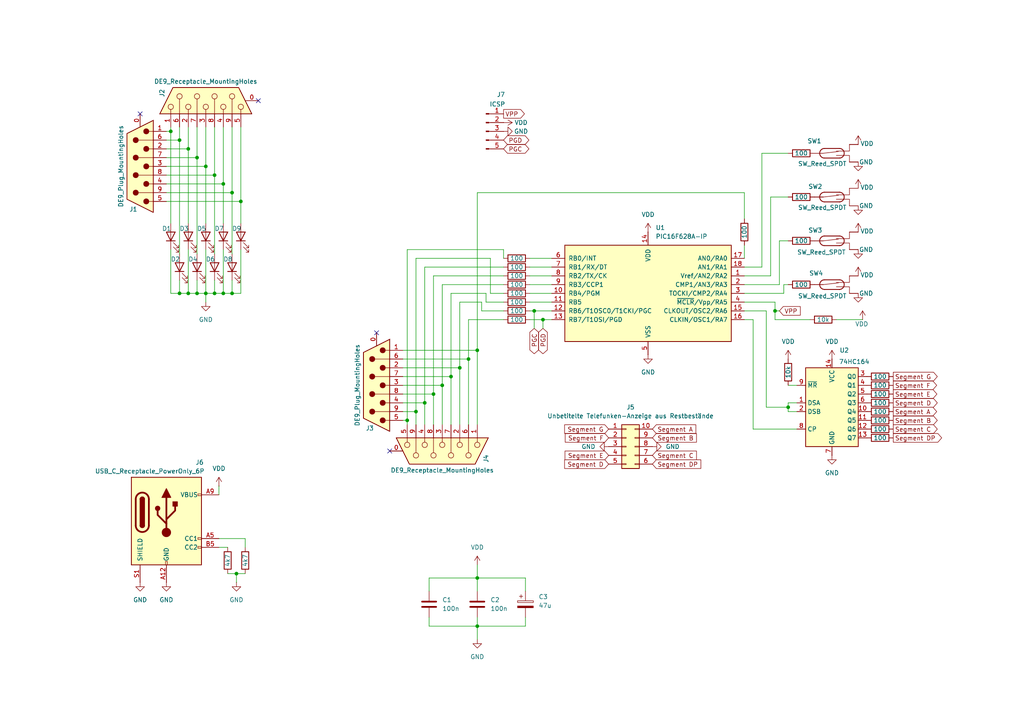
<source format=kicad_sch>
(kicad_sch (version 20231120) (generator "eeschema") (generator_version "8.0")
  (paper "A4")
  (lib_symbols
    (symbol "74xx:74HC164"
      (property "Reference" "U" (at 1.905 -13.97 0))
      (property "Value" "74HC164" (at 1.905 -16.51 0))
      (symbol "74HC164_0_1"
        (rectangle (start 7.62 10.16) (end -7.62 -12.7) (stroke (width 0.254)) (fill (type background)))
      )
      (symbol "74HC164_1_1"
        (pin input line (at -10.16 0 0) (length 2.54) (name "DSA") (number "1"))
        (pin output line (at 10.16 -2.54 180) (length 2.54) (name "Q4") (number "10"))
        (pin output line (at 10.16 -5.08 180) (length 2.54) (name "Q5") (number "11"))
        (pin output line (at 10.16 -7.62 180) (length 2.54) (name "Q6") (number "12"))
        (pin output line (at 10.16 -10.16 180) (length 2.54) (name "Q7") (number "13"))
        (pin power_in line (at 0 12.7 270) (length 2.54) (name "VCC") (number "14"))
        (pin input line (at -10.16 -2.54 0) (length 2.54) (name "DSB") (number "2"))
        (pin output line (at 10.16 7.62 180) (length 2.54) (name "Q0") (number "3"))
        (pin output line (at 10.16 5.08 180) (length 2.54) (name "Q1") (number "4"))
        (pin output line (at 10.16 2.54 180) (length 2.54) (name "Q2") (number "5"))
        (pin output line (at 10.16 0 180) (length 2.54) (name "Q3") (number "6"))
        (pin power_in line (at 0 -15.24 90) (length 2.54) (name "GND") (number "7"))
        (pin input line (at -10.16 -7.62 0) (length 2.54) (name "CP") (number "8"))
        (pin input line (at -10.16 5.08 0) (length 2.54) (name "~{MR}") (number "9"))
      )
    )
    (symbol "Connector:Conn_01x05_Pin" (pin_names (offset 1.016) hide)
      (property "Reference" "J" (at 0 7.62 0))
      (property "Value" "Conn_01x05_Pin" (at 0 -7.62 0))
      (symbol "Conn_01x05_Pin_1_1"
        (polyline (pts (xy 1.27 -5.08) (xy 0.8636 -5.08)) (stroke (width 0.1524)))
        (polyline (pts (xy 1.27 -2.54) (xy 0.8636 -2.54)) (stroke (width 0.1524)))
        (polyline (pts (xy 1.27 0) (xy 0.8636 0)) (stroke (width 0.1524)))
        (polyline (pts (xy 1.27 2.54) (xy 0.8636 2.54)) (stroke (width 0.1524)))
        (polyline (pts (xy 1.27 5.08) (xy 0.8636 5.08)) (stroke (width 0.1524)))
        (rectangle (start 0.8636 -4.953) (end 0 -5.207) (stroke (width 0.1524)) (fill (type outline)))
        (rectangle (start 0.8636 -2.413) (end 0 -2.667) (stroke (width 0.1524)) (fill (type outline)))
        (rectangle (start 0.8636 0.127) (end 0 -0.127) (stroke (width 0.1524)) (fill (type outline)))
        (rectangle (start 0.8636 2.667) (end 0 2.413) (stroke (width 0.1524)) (fill (type outline)))
        (rectangle (start 0.8636 5.207) (end 0 4.953) (stroke (width 0.1524)) (fill (type outline)))
        (pin passive line (at 5.08 5.08 180) (length 3.81) (name "Pin_1") (number "1"))
        (pin passive line (at 5.08 2.54 180) (length 3.81) (name "Pin_2") (number "2"))
        (pin passive line (at 5.08 0 180) (length 3.81) (name "Pin_3") (number "3"))
        (pin passive line (at 5.08 -2.54 180) (length 3.81) (name "Pin_4") (number "4"))
        (pin passive line (at 5.08 -5.08 180) (length 3.81) (name "Pin_5") (number "5"))
      )
    )
    (symbol "Connector:DE9_Plug_MountingHoles" (pin_names (offset 1.016) hide)
      (property "Reference" "J" (at 0 16.51 0))
      (property "Value" "DE9_Plug_MountingHoles" (at 0 14.605 0))
      (symbol "DE9_Plug_MountingHoles_0_1"
        (circle (center -1.778 -10.16) (radius 0.762) (fill (type outline)))
        (circle (center -1.778 -5.08) (radius 0.762) (fill (type outline)))
        (circle (center -1.778 0) (radius 0.762) (fill (type outline)))
        (circle (center -1.778 5.08) (radius 0.762) (fill (type outline)))
        (circle (center -1.778 10.16) (radius 0.762) (fill (type outline)))
        (polyline (pts (xy -3.81 -10.16) (xy -2.54 -10.16)))
        (polyline (pts (xy -3.81 -7.62) (xy 0.508 -7.62)))
        (polyline (pts (xy -3.81 -5.08) (xy -2.54 -5.08)))
        (polyline (pts (xy -3.81 -2.54) (xy 0.508 -2.54)))
        (polyline (pts (xy -3.81 0) (xy -2.54 0)))
        (polyline (pts (xy -3.81 2.54) (xy 0.508 2.54)))
        (polyline (pts (xy -3.81 5.08) (xy -2.54 5.08)))
        (polyline (pts (xy -3.81 7.62) (xy 0.508 7.62)))
        (polyline (pts (xy -3.81 10.16) (xy -2.54 10.16)))
        (polyline (pts (xy -3.81 -13.335) (xy -3.81 13.335) (xy 3.81 9.525) (xy 3.81 -9.525) (xy -3.81 -13.335)) (stroke (width 0.254)) (fill (type background)))
        (circle (center 1.27 -7.62) (radius 0.762) (fill (type outline)))
        (circle (center 1.27 -2.54) (radius 0.762) (fill (type outline)))
        (circle (center 1.27 2.54) (radius 0.762) (fill (type outline)))
        (circle (center 1.27 7.62) (radius 0.762) (fill (type outline)))
      )
      (symbol "DE9_Plug_MountingHoles_1_1"
        (pin passive line (at 0 -15.24 90) (length 3.81) (name "PAD") (number "0"))
        (pin passive line (at -7.62 -10.16 0) (length 3.81) (name "1") (number "1"))
        (pin passive line (at -7.62 -5.08 0) (length 3.81) (name "2") (number "2"))
        (pin passive line (at -7.62 0 0) (length 3.81) (name "3") (number "3"))
        (pin passive line (at -7.62 5.08 0) (length 3.81) (name "4") (number "4"))
        (pin passive line (at -7.62 10.16 0) (length 3.81) (name "5") (number "5"))
        (pin passive line (at -7.62 -7.62 0) (length 3.81) (name "6") (number "6"))
        (pin passive line (at -7.62 -2.54 0) (length 3.81) (name "7") (number "7"))
        (pin passive line (at -7.62 2.54 0) (length 3.81) (name "8") (number "8"))
        (pin passive line (at -7.62 7.62 0) (length 3.81) (name "9") (number "9"))
      )
    )
    (symbol "Connector:DE9_Receptacle_MountingHoles" (pin_names (offset 1.016) hide)
      (property "Reference" "J" (at 0 16.51 0))
      (property "Value" "DE9_Receptacle_MountingHoles" (at 0 14.605 0))
      (symbol "DE9_Receptacle_MountingHoles_0_1"
        (circle (center -1.778 -10.16) (radius 0.762))
        (circle (center -1.778 -5.08) (radius 0.762))
        (circle (center -1.778 0) (radius 0.762))
        (circle (center -1.778 5.08) (radius 0.762))
        (circle (center -1.778 10.16) (radius 0.762))
        (polyline (pts (xy -3.81 -10.16) (xy -2.54 -10.16)))
        (polyline (pts (xy -3.81 -7.62) (xy 0.508 -7.62)))
        (polyline (pts (xy -3.81 -5.08) (xy -2.54 -5.08)))
        (polyline (pts (xy -3.81 -2.54) (xy 0.508 -2.54)))
        (polyline (pts (xy -3.81 0) (xy -2.54 0)))
        (polyline (pts (xy -3.81 2.54) (xy 0.508 2.54)))
        (polyline (pts (xy -3.81 5.08) (xy -2.54 5.08)))
        (polyline (pts (xy -3.81 7.62) (xy 0.508 7.62)))
        (polyline (pts (xy -3.81 10.16) (xy -2.54 10.16)))
        (polyline (pts (xy -3.81 13.335) (xy -3.81 -13.335) (xy 3.81 -9.525) (xy 3.81 9.525) (xy -3.81 13.335)) (stroke (width 0.254)) (fill (type background)))
        (circle (center 1.27 -7.62) (radius 0.762))
        (circle (center 1.27 -2.54) (radius 0.762))
        (circle (center 1.27 2.54) (radius 0.762))
        (circle (center 1.27 7.62) (radius 0.762))
      )
      (symbol "DE9_Receptacle_MountingHoles_1_1"
        (pin passive line (at 0 -15.24 90) (length 3.81) (name "PAD") (number "0"))
        (pin passive line (at -7.62 10.16 0) (length 3.81) (name "1") (number "1"))
        (pin passive line (at -7.62 5.08 0) (length 3.81) (name "2") (number "2"))
        (pin passive line (at -7.62 0 0) (length 3.81) (name "3") (number "3"))
        (pin passive line (at -7.62 -5.08 0) (length 3.81) (name "4") (number "4"))
        (pin passive line (at -7.62 -10.16 0) (length 3.81) (name "5") (number "5"))
        (pin passive line (at -7.62 7.62 0) (length 3.81) (name "6") (number "6"))
        (pin passive line (at -7.62 2.54 0) (length 3.81) (name "7") (number "7"))
        (pin passive line (at -7.62 -2.54 0) (length 3.81) (name "8") (number "8"))
        (pin passive line (at -7.62 -7.62 0) (length 3.81) (name "9") (number "9"))
      )
    )
    (symbol "Connector:USB_C_Receptacle_PowerOnly_6P" (pin_names (offset 1.016))
      (property "Reference" "J" (at 0 16.51 0))
      (property "Value" "USB_C_Receptacle_PowerOnly_6P" (at 0 13.97 0))
      (symbol "USB_C_Receptacle_PowerOnly_6P_0_0"
        (rectangle (start -0.254 -12.7) (end 0.254 -11.684))
        (rectangle (start 10.16 -7.366) (end 9.144 -7.874))
        (rectangle (start 10.16 -4.826) (end 9.144 -5.334))
        (rectangle (start 10.16 7.874) (end 9.144 7.366))
      )
      (symbol "USB_C_Receptacle_PowerOnly_6P_0_1"
        (rectangle (start -10.16 12.7) (end 10.16 -12.7) (stroke (width 0.254)) (fill (type background)))
        (arc (start -8.89 -1.27) (mid -6.985 -3.1667) (end -5.08 -1.27) (stroke (width 0.508)))
        (arc (start -7.62 -1.27) (mid -6.985 -1.9023) (end -6.35 -1.27) (stroke (width 0.254)))
        (arc (start -7.62 -1.27) (mid -6.985 -1.9023) (end -6.35 -1.27) (stroke (width 0.254)) (fill (type outline)))
        (rectangle (start -7.62 -1.27) (end -6.35 6.35) (stroke (width 0.254)) (fill (type outline)))
        (arc (start -6.35 6.35) (mid -6.985 6.9823) (end -7.62 6.35) (stroke (width 0.254)))
        (arc (start -6.35 6.35) (mid -6.985 6.9823) (end -7.62 6.35) (stroke (width 0.254)) (fill (type outline)))
        (arc (start -5.08 6.35) (mid -6.985 8.2467) (end -8.89 6.35) (stroke (width 0.508)))
        (circle (center -2.54 3.683) (radius 0.635) (stroke (width 0.254)) (fill (type outline)))
        (circle (center 0 -3.302) (radius 1.27) (fill (type outline)))
        (polyline (pts (xy -8.89 -1.27) (xy -8.89 6.35)) (stroke (width 0.508)))
        (polyline (pts (xy -5.08 6.35) (xy -5.08 -1.27)) (stroke (width 0.508)))
        (polyline (pts (xy 0 -3.302) (xy 0 6.858)) (stroke (width 0.508)))
        (polyline (pts (xy 0 -0.762) (xy -2.54 1.778) (xy -2.54 3.048)) (stroke (width 0.508)))
        (polyline (pts (xy 0 0.508) (xy 2.54 3.048) (xy 2.54 4.318)) (stroke (width 0.508)))
        (polyline (pts (xy -1.27 6.858) (xy 0 9.398) (xy 1.27 6.858) (xy -1.27 6.858)) (stroke (width 0.254)) (fill (type outline)))
        (rectangle (start 1.905 4.318) (end 3.175 5.588) (stroke (width 0.254)) (fill (type outline)))
      )
      (symbol "USB_C_Receptacle_PowerOnly_6P_1_1"
        (pin passive line (at 0 -17.78 90) (length 5.08) (name "GND") (number "A12"))
        (pin bidirectional line (at 15.24 -5.08 180) (length 5.08) (name "CC1") (number "A5"))
        (pin passive line (at 15.24 7.62 180) (length 5.08) (name "VBUS") (number "A9"))
        (pin passive line (at 0 -17.78 90) (length 5.08) hide (name "GND") (number "B12"))
        (pin bidirectional line (at 15.24 -7.62 180) (length 5.08) (name "CC2") (number "B5"))
        (pin passive line (at 15.24 7.62 180) (length 5.08) hide (name "VBUS") (number "B9"))
        (pin passive line (at -7.62 -17.78 90) (length 5.08) (name "SHIELD") (number "S1"))
      )
    )
    (symbol "Connector_Generic:Conn_02x05_Counter_Clockwise" (pin_names (offset 1.016) hide)
      (property "Reference" "J" (at 1.27 7.62 0))
      (property "Value" "Conn_02x05_Counter_Clockwise" (at 1.27 -7.62 0))
      (symbol "Conn_02x05_Counter_Clockwise_1_1"
        (rectangle (start -1.27 -4.953) (end 0 -5.207) (stroke (width 0.1524)))
        (rectangle (start -1.27 -2.413) (end 0 -2.667) (stroke (width 0.1524)))
        (rectangle (start -1.27 0.127) (end 0 -0.127) (stroke (width 0.1524)))
        (rectangle (start -1.27 2.667) (end 0 2.413) (stroke (width 0.1524)))
        (rectangle (start -1.27 5.207) (end 0 4.953) (stroke (width 0.1524)))
        (rectangle (start -1.27 6.35) (end 3.81 -6.35) (stroke (width 0.254)) (fill (type background)))
        (rectangle (start 3.81 -4.953) (end 2.54 -5.207) (stroke (width 0.1524)))
        (rectangle (start 3.81 -2.413) (end 2.54 -2.667) (stroke (width 0.1524)))
        (rectangle (start 3.81 0.127) (end 2.54 -0.127) (stroke (width 0.1524)))
        (rectangle (start 3.81 2.667) (end 2.54 2.413) (stroke (width 0.1524)))
        (rectangle (start 3.81 5.207) (end 2.54 4.953) (stroke (width 0.1524)))
        (pin passive line (at -5.08 5.08 0) (length 3.81) (name "Pin_1") (number "1"))
        (pin passive line (at 7.62 5.08 180) (length 3.81) (name "Pin_10") (number "10"))
        (pin passive line (at -5.08 2.54 0) (length 3.81) (name "Pin_2") (number "2"))
        (pin passive line (at -5.08 0 0) (length 3.81) (name "Pin_3") (number "3"))
        (pin passive line (at -5.08 -2.54 0) (length 3.81) (name "Pin_4") (number "4"))
        (pin passive line (at -5.08 -5.08 0) (length 3.81) (name "Pin_5") (number "5"))
        (pin passive line (at 7.62 -5.08 180) (length 3.81) (name "Pin_6") (number "6"))
        (pin passive line (at 7.62 -2.54 180) (length 3.81) (name "Pin_7") (number "7"))
        (pin passive line (at 7.62 0 180) (length 3.81) (name "Pin_8") (number "8"))
        (pin passive line (at 7.62 2.54 180) (length 3.81) (name "Pin_9") (number "9"))
      )
    )
    (symbol "Device:C" (pin_numbers hide) (pin_names (offset 0.254))
      (property "Reference" "C" (at 0.635 2.54 0))
      (property "Value" "C" (at 0.635 -2.54 0))
      (symbol "C_0_1"
        (polyline (pts (xy -2.032 -0.762) (xy 2.032 -0.762)) (stroke (width 0.508)))
        (polyline (pts (xy -2.032 0.762) (xy 2.032 0.762)) (stroke (width 0.508)))
      )
      (symbol "C_1_1"
        (pin passive line (at 0 3.81 270) (length 2.794) (name "~") (number "1"))
        (pin passive line (at 0 -3.81 90) (length 2.794) (name "~") (number "2"))
      )
    )
    (symbol "Device:C_Polarized" (pin_numbers hide) (pin_names (offset 0.254))
      (property "Reference" "C" (at 0.635 2.54 0))
      (property "Value" "C_Polarized" (at 0.635 -2.54 0))
      (symbol "C_Polarized_0_1"
        (rectangle (start -2.286 0.508) (end 2.286 1.016))
        (polyline (pts (xy -1.778 2.286) (xy -0.762 2.286)))
        (polyline (pts (xy -1.27 2.794) (xy -1.27 1.778)))
        (rectangle (start 2.286 -0.508) (end -2.286 -1.016) (fill (type outline)))
      )
      (symbol "C_Polarized_1_1"
        (pin passive line (at 0 3.81 270) (length 2.794) (name "~") (number "1"))
        (pin passive line (at 0 -3.81 90) (length 2.794) (name "~") (number "2"))
      )
    )
    (symbol "Device:LED" (pin_numbers hide) (pin_names (offset 1.016) hide)
      (property "Reference" "D" (at 0 2.54 0))
      (property "Value" "LED" (at 0 -2.54 0))
      (symbol "LED_0_1"
        (polyline (pts (xy -1.27 -1.27) (xy -1.27 1.27)) (stroke (width 0.254)))
        (polyline (pts (xy -1.27 0) (xy 1.27 0)))
        (polyline (pts (xy 1.27 -1.27) (xy 1.27 1.27) (xy -1.27 0) (xy 1.27 -1.27)) (stroke (width 0.254)))
        (polyline (pts (xy -3.048 -0.762) (xy -4.572 -2.286) (xy -3.81 -2.286) (xy -4.572 -2.286) (xy -4.572 -1.524)))
        (polyline (pts (xy -1.778 -0.762) (xy -3.302 -2.286) (xy -2.54 -2.286) (xy -3.302 -2.286) (xy -3.302 -1.524)))
      )
      (symbol "LED_1_1"
        (pin passive line (at -3.81 0 0) (length 2.54) (name "K") (number "1"))
        (pin passive line (at 3.81 0 180) (length 2.54) (name "A") (number "2"))
      )
    )
    (symbol "Device:R" (pin_numbers hide) (pin_names (offset 0))
      (property "Reference" "R" (at 2.032 0 90))
      (property "Value" "R" (at 0 0 90))
      (symbol "R_0_1"
        (rectangle (start -1.016 -2.54) (end 1.016 2.54) (stroke (width 0.254)))
      )
      (symbol "R_1_1"
        (pin passive line (at 0 3.81 270) (length 1.27) (name "~") (number "1"))
        (pin passive line (at 0 -3.81 90) (length 1.27) (name "~") (number "2"))
      )
    )
    (symbol "MCU_Microchip_PIC16:PIC16F628A-IP" (pin_names (offset 1.016))
      (property "Reference" "U" (at -24.13 17.78 0))
      (property "Value" "PIC16F628A-IP" (at -24.13 15.24 0))
      (symbol "PIC16F628A-IP_0_1"
        (rectangle (start 24.13 13.97) (end -24.13 -13.97) (stroke (width 0.254)) (fill (type background)))
      )
      (symbol "PIC16F628A-IP_1_1"
        (pin bidirectional line (at 27.94 5.08 180) (length 3.81) (name "Vref/AN2/RA2") (number "1"))
        (pin bidirectional line (at -27.94 0 0) (length 3.81) (name "RB4/PGM") (number "10"))
        (pin bidirectional line (at -27.94 -2.54 0) (length 3.81) (name "RB5") (number "11"))
        (pin bidirectional line (at -27.94 -5.08 0) (length 3.81) (name "RB6/T1OSC0/T1CKI/PGC") (number "12"))
        (pin bidirectional line (at -27.94 -7.62 0) (length 3.81) (name "RB7/T1OSI/PGD") (number "13"))
        (pin power_in line (at 0 17.78 270) (length 3.81) (name "VDD") (number "14"))
        (pin bidirectional line (at 27.94 -5.08 180) (length 3.81) (name "CLKOUT/OSC2/RA6") (number "15"))
        (pin bidirectional line (at 27.94 -7.62 180) (length 3.81) (name "CLKIN/OSC1/RA7") (number "16"))
        (pin bidirectional line (at 27.94 10.16 180) (length 3.81) (name "AN0/RA0") (number "17"))
        (pin bidirectional line (at 27.94 7.62 180) (length 3.81) (name "AN1/RA1") (number "18"))
        (pin bidirectional line (at 27.94 2.54 180) (length 3.81) (name "CMP1/AN3/RA3") (number "2"))
        (pin bidirectional line (at 27.94 0 180) (length 3.81) (name "TOCKI/CMP2/RA4") (number "3"))
        (pin input line (at 27.94 -2.54 180) (length 3.81) (name "~{MCLR}/Vpp/RA5") (number "4"))
        (pin power_in line (at 0 -17.78 90) (length 3.81) (name "VSS") (number "5"))
        (pin bidirectional line (at -27.94 10.16 0) (length 3.81) (name "RB0/INT") (number "6"))
        (pin bidirectional line (at -27.94 7.62 0) (length 3.81) (name "RB1/RX/DT") (number "7"))
        (pin bidirectional line (at -27.94 5.08 0) (length 3.81) (name "RB2/TX/CK") (number "8"))
        (pin bidirectional line (at -27.94 2.54 0) (length 3.81) (name "RB3/CCP1") (number "9"))
      )
    )
    (symbol "Switch:SW_Reed_SPDT" (pin_numbers hide) (pin_names (offset 0) hide)
      (property "Reference" "SW" (at 0 2.54 0))
      (property "Value" "SW_Reed_SPDT" (at 0 -3.81 0))
      (symbol "SW_Reed_SPDT_0_0"
        (arc (start -2.159 1.397) (mid -3.55 0) (end -2.159 -1.397) (stroke (width 0.254)))
        (polyline (pts (xy -2.54 0) (xy 1.905 0.508)))
        (polyline (pts (xy -2.159 -1.397) (xy 2.286 -1.397)) (stroke (width 0.254)))
        (polyline (pts (xy 2.159 1.397) (xy -2.159 1.397)) (stroke (width 0.254)))
        (arc (start 2.159 -1.397) (mid 3.55 0) (end 2.159 1.397) (stroke (width 0.254)))
      )
      (symbol "SW_Reed_SPDT_0_1"
        (polyline (pts (xy 1.27 -0.635) (xy 5.08 -0.635) (xy 5.08 -2.54)))
        (polyline (pts (xy 1.27 0.635) (xy 5.08 0.635) (xy 5.08 2.54)))
      )
      (symbol "SW_Reed_SPDT_1_1"
        (pin passive line (at 7.62 2.54 180) (length 2.54) (name "1") (number "1"))
        (pin passive line (at -5.08 0 0) (length 2.54) (name "2") (number "2"))
        (pin passive line (at 7.62 -2.54 180) (length 2.54) (name "3") (number "3"))
      )
    )
    (symbol "power:GND" (power) (pin_numbers hide) (pin_names (offset 0) hide)
      (property "Value" "GND" (at 0 -3.81 0))
      (symbol "GND_0_1"
        (polyline (pts (xy 0 0) (xy 0 -1.27) (xy 1.27 -1.27) (xy 0 -2.54) (xy -1.27 -1.27) (xy 0 -1.27)))
      )
      (symbol "GND_1_1"
        (pin power_in line (at 0 0 270) (length 0) (name "~") (number "1"))
      )
    )
    (symbol "power:VDD" (power) (pin_numbers hide) (pin_names (offset 0) hide)
      (property "Value" "VDD" (at 0 3.556 0))
      (symbol "VDD_0_1"
        (polyline (pts (xy -0.762 1.27) (xy 0 2.54)))
        (polyline (pts (xy 0 0) (xy 0 2.54)))
        (polyline (pts (xy 0 2.54) (xy 0.762 1.27)))
      )
      (symbol "VDD_1_1"
        (pin power_in line (at 0 0 90) (length 0) (name "~") (number "1"))
      )
    )
  )
  (junction (at 57.15 45.72))
  (junction (at 52.07 85.09))
  (junction (at 224.79 90.17))
  (junction (at 54.61 43.18))
  (junction (at 154.94 90.17))
  (junction (at 52.07 40.64))
  (junction (at 54.61 85.09))
  (junction (at 67.31 85.09))
  (junction (at 123.19 116.84))
  (junction (at 62.23 50.8))
  (junction (at 59.69 85.09))
  (junction (at 68.58 166.37))
  (junction (at 128.27 111.76))
  (junction (at 157.48 92.71))
  (junction (at 138.43 101.6))
  (junction (at 120.65 119.38))
  (junction (at 64.77 53.34))
  (junction (at 59.69 48.26))
  (junction (at 118.11 121.92))
  (junction (at 228.6 118.11))
  (junction (at 138.43 181.61))
  (junction (at 57.15 85.09))
  (junction (at 133.35 106.68))
  (junction (at 138.43 167.64))
  (junction (at 64.77 85.09))
  (junction (at 130.81 109.22))
  (junction (at 125.73 114.3))
  (junction (at 69.85 58.42))
  (junction (at 49.53 38.1))
  (junction (at 135.89 104.14))
  (junction (at 67.31 55.88))
  (junction (at 62.23 85.09))
  (no_connect (at 74.93 29.21))
  (no_connect (at 109.22 96.52))
  (no_connect (at 113.03 130.81))
  (no_connect (at 40.64 33.02))
  (wire (pts (xy 227.33 82.55) (xy 228.6 82.55)))
  (wire (pts (xy 67.31 55.88) (xy 67.31 36.83)))
  (wire (pts (xy 138.43 181.61) (xy 138.43 185.42)))
  (wire (pts (xy 138.43 181.61) (xy 152.4 181.61)))
  (wire (pts (xy 153.67 82.55) (xy 160.02 82.55)))
  (wire (pts (xy 157.48 92.71) (xy 160.02 92.71)))
  (wire (pts (xy 116.84 116.84) (xy 123.19 116.84)))
  (wire (pts (xy 228.6 116.84) (xy 228.6 118.11)))
  (wire (pts (xy 124.46 179.07) (xy 124.46 181.61)))
  (wire (pts (xy 48.26 40.64) (xy 52.07 40.64)))
  (wire (pts (xy 138.43 179.07) (xy 138.43 181.61)))
  (wire (pts (xy 226.06 69.85) (xy 226.06 82.55)))
  (wire (pts (xy 224.79 90.17) (xy 226.06 90.17)))
  (wire (pts (xy 153.67 87.63) (xy 160.02 87.63)))
  (wire (pts (xy 52.07 85.09) (xy 54.61 85.09)))
  (wire (pts (xy 118.11 121.92) (xy 118.11 123.19)))
  (wire (pts (xy 152.4 181.61) (xy 152.4 179.07)))
  (wire (pts (xy 67.31 55.88) (xy 67.31 73.66)))
  (wire (pts (xy 128.27 111.76) (xy 128.27 123.19)))
  (wire (pts (xy 116.84 101.6) (xy 138.43 101.6)))
  (wire (pts (xy 48.26 43.18) (xy 54.61 43.18)))
  (wire (pts (xy 69.85 58.42) (xy 69.85 36.83)))
  (wire (pts (xy 153.67 77.47) (xy 160.02 77.47)))
  (wire (pts (xy 124.46 167.64) (xy 138.43 167.64)))
  (wire (pts (xy 62.23 50.8) (xy 62.23 36.83)))
  (wire (pts (xy 49.53 85.09) (xy 52.07 85.09)))
  (wire (pts (xy 154.94 90.17) (xy 154.94 95.25)))
  (wire (pts (xy 135.89 92.71) (xy 146.05 92.71)))
  (wire (pts (xy 48.26 53.34) (xy 64.77 53.34)))
  (wire (pts (xy 215.9 77.47) (xy 220.98 77.47)))
  (wire (pts (xy 49.53 72.39) (xy 49.53 85.09)))
  (wire (pts (xy 48.26 48.26) (xy 59.69 48.26)))
  (wire (pts (xy 48.26 45.72) (xy 57.15 45.72)))
  (wire (pts (xy 146.05 72.39) (xy 118.11 72.39)))
  (wire (pts (xy 138.43 55.88) (xy 138.43 101.6)))
  (wire (pts (xy 153.67 92.71) (xy 157.48 92.71)))
  (wire (pts (xy 223.52 57.15) (xy 223.52 80.01)))
  (wire (pts (xy 64.77 53.34) (xy 64.77 36.83)))
  (wire (pts (xy 69.85 85.09) (xy 69.85 72.39)))
  (wire (pts (xy 49.53 38.1) (xy 48.26 38.1)))
  (wire (pts (xy 215.9 90.17) (xy 222.25 90.17)))
  (wire (pts (xy 142.24 85.09) (xy 142.24 74.93)))
  (wire (pts (xy 228.6 111.76) (xy 231.14 111.76)))
  (wire (pts (xy 68.58 166.37) (xy 68.58 168.91)))
  (wire (pts (xy 234.95 92.71) (xy 224.79 92.71)))
  (wire (pts (xy 123.19 77.47) (xy 146.05 77.47)))
  (wire (pts (xy 146.05 85.09) (xy 142.24 85.09)))
  (wire (pts (xy 125.73 80.01) (xy 146.05 80.01)))
  (wire (pts (xy 116.84 121.92) (xy 118.11 121.92)))
  (wire (pts (xy 120.65 74.93) (xy 120.65 119.38)))
  (wire (pts (xy 125.73 114.3) (xy 125.73 123.19)))
  (wire (pts (xy 116.84 109.22) (xy 130.81 109.22)))
  (wire (pts (xy 140.97 87.63) (xy 146.05 87.63)))
  (wire (pts (xy 220.98 44.45) (xy 228.6 44.45)))
  (wire (pts (xy 215.9 55.88) (xy 215.9 63.5)))
  (wire (pts (xy 62.23 81.28) (xy 62.23 85.09)))
  (wire (pts (xy 59.69 85.09) (xy 59.69 87.63)))
  (wire (pts (xy 57.15 81.28) (xy 57.15 85.09)))
  (wire (pts (xy 135.89 104.14) (xy 135.89 123.19)))
  (wire (pts (xy 130.81 109.22) (xy 130.81 123.19)))
  (wire (pts (xy 157.48 92.71) (xy 157.48 95.25)))
  (wire (pts (xy 146.05 74.93) (xy 146.05 72.39)))
  (wire (pts (xy 139.7 87.63) (xy 139.7 90.17)))
  (wire (pts (xy 215.9 80.01) (xy 223.52 80.01)))
  (wire (pts (xy 125.73 80.01) (xy 125.73 114.3)))
  (wire (pts (xy 64.77 53.34) (xy 64.77 64.77)))
  (wire (pts (xy 153.67 80.01) (xy 160.02 80.01)))
  (wire (pts (xy 48.26 55.88) (xy 67.31 55.88)))
  (wire (pts (xy 124.46 181.61) (xy 138.43 181.61)))
  (wire (pts (xy 215.9 55.88) (xy 138.43 55.88)))
  (wire (pts (xy 153.67 74.93) (xy 160.02 74.93)))
  (wire (pts (xy 152.4 167.64) (xy 152.4 171.45)))
  (wire (pts (xy 133.35 106.68) (xy 133.35 123.19)))
  (wire (pts (xy 138.43 163.83) (xy 138.43 167.64)))
  (wire (pts (xy 215.9 85.09) (xy 227.33 85.09)))
  (wire (pts (xy 222.25 118.11) (xy 228.6 118.11)))
  (wire (pts (xy 52.07 40.64) (xy 52.07 73.66)))
  (wire (pts (xy 218.44 92.71) (xy 218.44 124.46)))
  (wire (pts (xy 57.15 45.72) (xy 57.15 73.66)))
  (wire (pts (xy 48.26 58.42) (xy 69.85 58.42)))
  (wire (pts (xy 59.69 72.39) (xy 59.69 85.09)))
  (wire (pts (xy 140.97 85.09) (xy 140.97 87.63)))
  (wire (pts (xy 116.84 106.68) (xy 133.35 106.68)))
  (wire (pts (xy 154.94 90.17) (xy 160.02 90.17)))
  (wire (pts (xy 226.06 69.85) (xy 228.6 69.85)))
  (wire (pts (xy 57.15 45.72) (xy 57.15 36.83)))
  (wire (pts (xy 62.23 50.8) (xy 62.23 73.66)))
  (wire (pts (xy 59.69 85.09) (xy 62.23 85.09)))
  (wire (pts (xy 52.07 81.28) (xy 52.07 85.09)))
  (wire (pts (xy 118.11 72.39) (xy 118.11 121.92)))
  (wire (pts (xy 133.35 87.63) (xy 133.35 106.68)))
  (wire (pts (xy 116.84 119.38) (xy 120.65 119.38)))
  (wire (pts (xy 228.6 118.11) (xy 228.6 119.38)))
  (wire (pts (xy 218.44 92.71) (xy 215.9 92.71)))
  (wire (pts (xy 128.27 82.55) (xy 128.27 111.76)))
  (wire (pts (xy 48.26 50.8) (xy 62.23 50.8)))
  (wire (pts (xy 54.61 43.18) (xy 54.61 36.83)))
  (wire (pts (xy 54.61 72.39) (xy 54.61 85.09)))
  (wire (pts (xy 218.44 124.46) (xy 231.14 124.46)))
  (wire (pts (xy 215.9 82.55) (xy 226.06 82.55)))
  (wire (pts (xy 130.81 85.09) (xy 130.81 109.22)))
  (wire (pts (xy 142.24 74.93) (xy 120.65 74.93)))
  (wire (pts (xy 63.5 140.97) (xy 63.5 143.51)))
  (wire (pts (xy 63.5 158.75) (xy 66.04 158.75)))
  (wire (pts (xy 138.43 167.64) (xy 152.4 167.64)))
  (wire (pts (xy 130.81 85.09) (xy 140.97 85.09)))
  (wire (pts (xy 123.19 77.47) (xy 123.19 116.84)))
  (wire (pts (xy 63.5 156.21) (xy 71.12 156.21)))
  (wire (pts (xy 68.58 166.37) (xy 71.12 166.37)))
  (wire (pts (xy 220.98 77.47) (xy 220.98 44.45)))
  (wire (pts (xy 138.43 167.64) (xy 138.43 171.45)))
  (wire (pts (xy 69.85 58.42) (xy 69.85 64.77)))
  (wire (pts (xy 120.65 119.38) (xy 120.65 123.19)))
  (wire (pts (xy 116.84 104.14) (xy 135.89 104.14)))
  (wire (pts (xy 67.31 85.09) (xy 69.85 85.09)))
  (wire (pts (xy 153.67 90.17) (xy 154.94 90.17)))
  (wire (pts (xy 57.15 85.09) (xy 59.69 85.09)))
  (wire (pts (xy 49.53 38.1) (xy 49.53 64.77)))
  (wire (pts (xy 59.69 48.26) (xy 59.69 64.77)))
  (wire (pts (xy 71.12 156.21) (xy 71.12 158.75)))
  (wire (pts (xy 223.52 57.15) (xy 228.6 57.15)))
  (wire (pts (xy 138.43 101.6) (xy 138.43 123.19)))
  (wire (pts (xy 49.53 38.1) (xy 49.53 36.83)))
  (wire (pts (xy 124.46 171.45) (xy 124.46 167.64)))
  (wire (pts (xy 224.79 92.71) (xy 224.79 90.17)))
  (wire (pts (xy 62.23 85.09) (xy 64.77 85.09)))
  (wire (pts (xy 139.7 90.17) (xy 146.05 90.17)))
  (wire (pts (xy 224.79 90.17) (xy 224.79 87.63)))
  (wire (pts (xy 54.61 43.18) (xy 54.61 64.77)))
  (wire (pts (xy 231.14 116.84) (xy 228.6 116.84)))
  (wire (pts (xy 222.25 90.17) (xy 222.25 118.11)))
  (wire (pts (xy 54.61 85.09) (xy 57.15 85.09)))
  (wire (pts (xy 215.9 71.12) (xy 215.9 74.93)))
  (wire (pts (xy 123.19 116.84) (xy 123.19 123.19)))
  (wire (pts (xy 116.84 111.76) (xy 128.27 111.76)))
  (wire (pts (xy 128.27 82.55) (xy 146.05 82.55)))
  (wire (pts (xy 135.89 92.71) (xy 135.89 104.14)))
  (wire (pts (xy 242.57 92.71) (xy 250.19 92.71)))
  (wire (pts (xy 228.6 119.38) (xy 231.14 119.38)))
  (wire (pts (xy 64.77 85.09) (xy 67.31 85.09)))
  (wire (pts (xy 66.04 166.37) (xy 68.58 166.37)))
  (wire (pts (xy 52.07 40.64) (xy 52.07 36.83)))
  (wire (pts (xy 133.35 87.63) (xy 139.7 87.63)))
  (wire (pts (xy 116.84 114.3) (xy 125.73 114.3)))
  (wire (pts (xy 227.33 85.09) (xy 227.33 82.55)))
  (wire (pts (xy 67.31 81.28) (xy 67.31 85.09)))
  (wire (pts (xy 59.69 48.26) (xy 59.69 36.83)))
  (wire (pts (xy 153.67 85.09) (xy 160.02 85.09)))
  (wire (pts (xy 64.77 72.39) (xy 64.77 85.09)))
  (wire (pts (xy 224.79 87.63) (xy 215.9 87.63)))
  (global_label "Segment DP" (shape input) (at 189.23 134.62 0) (property "Intersheetrefs" "${INTERSHEET_REFS}" (effects (hide yes))))
  (global_label "Segment B" (shape output) (at 259.08 121.92 0) (property "Intersheetrefs" "${INTERSHEET_REFS}" (effects (hide yes))))
  (global_label "Segment C" (shape input) (at 189.23 132.08 0) (property "Intersheetrefs" "${INTERSHEET_REFS}" (effects (hide yes))))
  (global_label "Segment A" (shape output) (at 259.08 119.38 0) (property "Intersheetrefs" "${INTERSHEET_REFS}" (effects (hide yes))))
  (global_label "PGD" (shape bidirectional) (at 146.05 40.64 0) (property "Intersheetrefs" "${INTERSHEET_REFS}" (effects (hide yes))))
  (global_label "Segment F" (shape output) (at 259.08 111.76 0) (property "Intersheetrefs" "${INTERSHEET_REFS}" (effects (hide yes))))
  (global_label "Segment G" (shape output) (at 259.08 109.22 0) (property "Intersheetrefs" "${INTERSHEET_REFS}" (effects (hide yes))))
  (global_label "Segment E" (shape input) (at 176.53 132.08 180) (property "Intersheetrefs" "${INTERSHEET_REFS}" (effects (hide yes))))
  (global_label "PGC" (shape bidirectional) (at 154.94 95.25 270) (property "Intersheetrefs" "${INTERSHEET_REFS}" (effects (hide yes))))
  (global_label "Segment D" (shape output) (at 259.08 116.84 0) (property "Intersheetrefs" "${INTERSHEET_REFS}" (effects (hide yes))))
  (global_label "Segment G" (shape input) (at 176.53 124.46 180) (property "Intersheetrefs" "${INTERSHEET_REFS}" (effects (hide yes))))
  (global_label "Segment B" (shape input) (at 189.23 127 0) (property "Intersheetrefs" "${INTERSHEET_REFS}" (effects (hide yes))))
  (global_label "Segment F" (shape input) (at 176.53 127 180) (property "Intersheetrefs" "${INTERSHEET_REFS}" (effects (hide yes))))
  (global_label "PGC" (shape bidirectional) (at 146.05 43.18 0) (property "Intersheetrefs" "${INTERSHEET_REFS}" (effects (hide yes))))
  (global_label "Segment DP" (shape output) (at 259.08 127 0) (property "Intersheetrefs" "${INTERSHEET_REFS}" (effects (hide yes))))
  (global_label "VPP" (shape output) (at 146.05 33.02 0) (property "Intersheetrefs" "${INTERSHEET_REFS}" (effects (hide yes))))
  (global_label "Segment D" (shape input) (at 176.53 134.62 180) (property "Intersheetrefs" "${INTERSHEET_REFS}" (effects (hide yes))))
  (global_label "PGD" (shape bidirectional) (at 157.48 95.25 270) (property "Intersheetrefs" "${INTERSHEET_REFS}" (effects (hide yes))))
  (global_label "Segment C" (shape output) (at 259.08 124.46 0) (property "Intersheetrefs" "${INTERSHEET_REFS}" (effects (hide yes))))
  (global_label "Segment E" (shape output) (at 259.08 114.3 0) (property "Intersheetrefs" "${INTERSHEET_REFS}" (effects (hide yes))))
  (global_label "VPP" (shape input) (at 226.06 90.17 0) (property "Intersheetrefs" "${INTERSHEET_REFS}" (effects (hide yes))))
  (global_label "Segment A" (shape input) (at 189.23 124.46 0) (property "Intersheetrefs" "${INTERSHEET_REFS}" (effects (hide yes))))
  (symbol (lib_id "power:VDD") (at 146.05 35.56 270) (unit 1)
    (property "Reference" "#PWR022" (effects (hide yes)))
    (property "Value" "VDD" (at 151.13 35.56 90))
    (property "Description" "Power symbol creates a global label with name \"VDD\"" (effects (hide yes)))
  )
  (symbol (lib_id "Device:R") (at 228.6 107.95 180) (unit 1)
    (property "Reference" "R15" (effects (hide yes)))
    (property "Value" "10k" (at 228.6 107.95 90))
    (property "Footprint" "Resistor_THT:R_Axial_DIN0411_L9.9mm_D3.6mm_P12.70mm_Horizontal" (effects (hide yes)))
    (property "Description" "Resistor" (effects (hide yes)))
  )
  (symbol (lib_id "power:GND") (at 68.58 168.91 0) (unit 1)
    (property "Reference" "#PWR07" (effects (hide yes)))
    (property "Value" "GND" (at 68.58 173.99 0))
    (property "Description" "Power symbol creates a global label with name \"GND\" , ground" (effects (hide yes)))
  )
  (symbol (lib_id "Device:R") (at 149.86 85.09 90) (unit 1)
    (property "Reference" "R21" (effects (hide yes)))
    (property "Value" "100" (at 149.86 85.09 90))
    (property "Footprint" "Resistor_THT:R_Axial_DIN0411_L9.9mm_D3.6mm_P12.70mm_Horizontal" (effects (hide yes)))
    (property "Description" "Resistor" (effects (hide yes)))
  )
  (symbol (lib_id "Device:R") (at 232.41 57.15 90) (unit 1)
    (property "Reference" "R12" (effects (hide yes)))
    (property "Value" "100" (at 232.41 57.15 90))
    (property "Footprint" "Resistor_THT:R_Axial_DIN0411_L9.9mm_D3.6mm_P12.70mm_Horizontal" (effects (hide yes)))
    (property "Description" "Resistor" (effects (hide yes)))
  )
  (symbol (lib_id "Device:R") (at 255.27 114.3 90) (unit 1)
    (property "Reference" "R3" (effects (hide yes)))
    (property "Value" "100" (at 255.27 114.3 90))
    (property "Footprint" "Resistor_THT:R_Axial_DIN0411_L9.9mm_D3.6mm_P12.70mm_Horizontal" (effects (hide yes)))
    (property "Description" "Resistor" (effects (hide yes)))
  )
  (symbol (lib_id "Device:R") (at 255.27 121.92 90) (unit 1)
    (property "Reference" "R6" (effects (hide yes)))
    (property "Value" "100" (at 255.27 121.92 90))
    (property "Footprint" "Resistor_THT:R_Axial_DIN0411_L9.9mm_D3.6mm_P12.70mm_Horizontal" (effects (hide yes)))
    (property "Description" "Resistor" (effects (hide yes)))
  )
  (symbol (lib_id "power:GND") (at 241.3 132.08 0) (unit 1)
    (property "Reference" "#PWR02" (effects (hide yes)))
    (property "Value" "GND" (at 241.3 137.16 0))
    (property "Description" "Power symbol creates a global label with name \"GND\" , ground" (effects (hide yes)))
  )
  (symbol (lib_id "Connector:Conn_01x05_Pin") (at 140.97 38.1 0) (unit 1)
    (property "Reference" "J7" (at 145.288 27.432 0))
    (property "Value" "ICSP" (at 144.272 30.226 0))
    (property "Footprint" "Connector_PinHeader_2.54mm:PinHeader_1x05_P2.54mm_Vertical" (effects (hide yes)))
    (property "Description" "Generic connector, single row, 01x05, script generated" (effects (hide yes)))
  )
  (symbol (lib_id "power:GND") (at 187.96 102.87 0) (unit 1)
    (property "Reference" "#PWR01" (effects (hide yes)))
    (property "Value" "GND" (at 187.96 107.95 0))
    (property "Description" "Power symbol creates a global label with name \"GND\" , ground" (effects (hide yes)))
  )
  (symbol (lib_id "power:GND") (at 48.26 168.91 0) (unit 1)
    (property "Reference" "#PWR06" (effects (hide yes)))
    (property "Value" "GND" (at 48.26 173.99 0))
    (property "Description" "Power symbol creates a global label with name \"GND\" , ground" (effects (hide yes)))
  )
  (symbol (lib_id "Connector:DE9_Receptacle_MountingHoles") (at 128.27 130.81 270) (unit 1)
    (property "Reference" "J4" (at 140.97 131.826 0) (effects (justify left)))
    (property "Value" "DE9_Receptacle_MountingHoles" (at 113.284 136.398 90) (effects (justify left)))
    (property "Footprint" "Connector_Dsub:DSUB-9_Female_Vertical_P2.77x2.84mm_MountingHoles" (effects (hide yes)))
    (property "Description" "9-pin female receptacle socket D-SUB connector, Mounting Hole" (effects (hide yes)))
  )
  (symbol (lib_id "Device:R") (at 232.41 82.55 90) (unit 1)
    (property "Reference" "R14" (effects (hide yes)))
    (property "Value" "100" (at 232.41 82.55 90))
    (property "Footprint" "Resistor_THT:R_Axial_DIN0411_L9.9mm_D3.6mm_P12.70mm_Horizontal" (effects (hide yes)))
    (property "Description" "Resistor" (effects (hide yes)))
  )
  (symbol (lib_id "Switch:SW_Reed_SPDT") (at 241.3 69.85 0) (unit 1)
    (property "Reference" "SW3" (at 236.474 66.802 0))
    (property "Value" "SW_Reed_SPDT" (at 238.252 73.152 0))
    (property "Footprint" "Button_Switch_SMD:SW_SPDT_CK_JS102011SAQN" (effects (hide yes)))
    (property "Description" "SPDT reed switch" (effects (hide yes)))
  )
  (symbol (lib_id "power:VDD") (at 228.6 104.14 0) (unit 1)
    (property "Reference" "#PWR019" (effects (hide yes)))
    (property "Value" "VDD" (at 228.6 99.06 0))
    (property "Description" "Power symbol creates a global label with name \"VDD\"" (effects (hide yes)))
  )
  (symbol (lib_id "Device:R") (at 255.27 109.22 90) (unit 1)
    (property "Reference" "R1" (effects (hide yes)))
    (property "Value" "100" (at 255.27 109.22 90))
    (property "Footprint" "Resistor_THT:R_Axial_DIN0411_L9.9mm_D3.6mm_P12.70mm_Horizontal" (effects (hide yes)))
    (property "Description" "Resistor" (effects (hide yes)))
  )
  (symbol (lib_id "Connector:USB_C_Receptacle_PowerOnly_6P") (at 48.26 151.13 0) (unit 1)
    (property "Reference" "J6" (at 57.912 134.112 0))
    (property "Value" "USB_C_Receptacle_PowerOnly_6P" (at 43.434 136.652 0))
    (property "Footprint" "Connector_USB:USB_C_Receptacle_HRO_TYPE-C-31-M-17" (effects (hide yes)))
    (property "Datasheet" "https://www.usb.org/sites/default/files/documents/usb_type-c.zip" (effects (hide yes)))
    (property "Description" "USB Power-Only 6P Type-C Receptacle connector" (effects (hide yes)))
  )
  (symbol (lib_id "power:VDD") (at 250.19 92.71 0) (unit 1)
    (property "Reference" "#PWR020" (effects (hide yes)))
    (property "Value" "VDD" (at 249.936 93.98 0))
    (property "Description" "Power symbol creates a global label with name \"VDD\"" (effects (hide yes)))
  )
  (symbol (lib_id "Device:R") (at 255.27 124.46 90) (unit 1)
    (property "Reference" "R7" (effects (hide yes)))
    (property "Value" "100" (at 255.27 124.46 90))
    (property "Footprint" "Resistor_THT:R_Axial_DIN0411_L9.9mm_D3.6mm_P12.70mm_Horizontal" (effects (hide yes)))
    (property "Description" "Resistor" (effects (hide yes)))
  )
  (symbol (lib_id "Device:R") (at 255.27 111.76 90) (unit 1)
    (property "Reference" "R2" (effects (hide yes)))
    (property "Value" "100" (at 255.27 111.76 90))
    (property "Footprint" "Resistor_THT:R_Axial_DIN0411_L9.9mm_D3.6mm_P12.70mm_Horizontal" (effects (hide yes)))
    (property "Description" "Resistor" (effects (hide yes)))
  )
  (symbol (lib_id "Device:R") (at 71.12 162.56 180) (unit 1)
    (property "Reference" "R10" (effects (hide yes)))
    (property "Value" "4k7" (at 71.12 162.56 90))
    (property "Footprint" "Resistor_THT:R_Axial_DIN0411_L9.9mm_D3.6mm_P12.70mm_Horizontal" (effects (hide yes)))
    (property "Description" "Resistor" (effects (hide yes)))
  )
  (symbol (lib_id "Device:R") (at 238.76 92.71 270) (unit 1)
    (property "Reference" "R16" (effects (hide yes)))
    (property "Value" "10k" (at 238.76 92.71 90))
    (property "Footprint" "Resistor_THT:R_Axial_DIN0411_L9.9mm_D3.6mm_P12.70mm_Horizontal" (effects (hide yes)))
    (property "Description" "Resistor" (effects (hide yes)))
  )
  (symbol (lib_id "Switch:SW_Reed_SPDT") (at 241.3 82.55 0) (unit 1)
    (property "Reference" "SW4" (at 236.728 79.248 0))
    (property "Value" "SW_Reed_SPDT" (at 238.506 85.852 0))
    (property "Footprint" "Button_Switch_SMD:SW_SPDT_CK_JS102011SAQN" (effects (hide yes)))
    (property "Description" "SPDT reed switch" (effects (hide yes)))
  )
  (symbol (lib_id "Device:LED") (at 52.07 77.47 90) (unit 1)
    (property "Reference" "D2" (at 49.53 75.184 90) (effects (justify right)))
    (property "Value" "LED" (effects (hide yes)))
    (property "Footprint" "LED_THT:LED_D3.0mm" (effects (hide yes)))
    (property "Description" "Light emitting diode" (effects (hide yes)))
  )
  (symbol (lib_id "power:GND") (at 248.92 59.69 0) (unit 1)
    (property "Reference" "#PWR016" (effects (hide yes)))
    (property "Value" "GND" (at 251.206 59.69 0))
    (property "Description" "Power symbol creates a global label with name \"GND\" , ground" (effects (hide yes)))
  )
  (symbol (lib_id "Device:R") (at 255.27 116.84 90) (unit 1)
    (property "Reference" "R4" (effects (hide yes)))
    (property "Value" "100" (at 255.27 116.84 90))
    (property "Footprint" "Resistor_THT:R_Axial_DIN0411_L9.9mm_D3.6mm_P12.70mm_Horizontal" (effects (hide yes)))
    (property "Description" "Resistor" (effects (hide yes)))
  )
  (symbol (lib_id "power:GND") (at 138.43 185.42 0) (unit 1)
    (property "Reference" "#PWR025" (effects (hide yes)))
    (property "Value" "GND" (at 138.43 190.5 0))
    (property "Description" "Power symbol creates a global label with name \"GND\" , ground" (effects (hide yes)))
  )
  (symbol (lib_id "power:VDD") (at 248.92 67.31 0) (unit 1)
    (property "Reference" "#PWR013" (effects (hide yes)))
    (property "Value" "VDD" (at 251.46 67.056 0))
    (property "Description" "Power symbol creates a global label with name \"VDD\"" (effects (hide yes)))
  )
  (symbol (lib_id "Device:R") (at 66.04 162.56 180) (unit 1)
    (property "Reference" "R9" (effects (hide yes)))
    (property "Value" "4k7" (at 66.04 162.56 90))
    (property "Footprint" "Resistor_THT:R_Axial_DIN0411_L9.9mm_D3.6mm_P12.70mm_Horizontal" (effects (hide yes)))
    (property "Description" "Resistor" (effects (hide yes)))
  )
  (symbol (lib_id "Device:R") (at 232.41 69.85 90) (unit 1)
    (property "Reference" "R13" (effects (hide yes)))
    (property "Value" "100" (at 232.41 69.85 90))
    (property "Footprint" "Resistor_THT:R_Axial_DIN0411_L9.9mm_D3.6mm_P12.70mm_Horizontal" (effects (hide yes)))
    (property "Description" "Resistor" (effects (hide yes)))
  )
  (symbol (lib_id "Device:LED") (at 59.69 68.58 90) (unit 1)
    (property "Reference" "D5" (at 57.15 66.294 90) (effects (justify right)))
    (property "Value" "LED" (effects (hide yes)))
    (property "Footprint" "LED_THT:LED_D3.0mm" (effects (hide yes)))
    (property "Description" "Light emitting diode" (effects (hide yes)))
  )
  (symbol (lib_id "Device:R") (at 149.86 74.93 90) (unit 1)
    (property "Reference" "R17" (effects (hide yes)))
    (property "Value" "100" (at 149.86 74.93 90))
    (property "Footprint" "Resistor_THT:R_Axial_DIN0411_L9.9mm_D3.6mm_P12.70mm_Horizontal" (effects (hide yes)))
    (property "Description" "Resistor" (effects (hide yes)))
  )
  (symbol (lib_id "Device:LED") (at 54.61 68.58 90) (unit 1)
    (property "Reference" "D3" (at 52.07 66.294 90) (effects (justify right)))
    (property "Value" "LED" (effects (hide yes)))
    (property "Footprint" "LED_THT:LED_D3.0mm" (effects (hide yes)))
    (property "Description" "Light emitting diode" (effects (hide yes)))
  )
  (symbol (lib_id "power:GND") (at 248.92 46.99 0) (unit 1)
    (property "Reference" "#PWR018" (effects (hide yes)))
    (property "Value" "GND" (at 251.206 46.99 0))
    (property "Description" "Power symbol creates a global label with name \"GND\" , ground" (effects (hide yes)))
  )
  (symbol (lib_id "Device:R") (at 149.86 92.71 90) (unit 1)
    (property "Reference" "R24" (effects (hide yes)))
    (property "Value" "100" (at 149.86 92.71 90))
    (property "Footprint" "Resistor_THT:R_Axial_DIN0411_L9.9mm_D3.6mm_P12.70mm_Horizontal" (effects (hide yes)))
    (property "Description" "Resistor" (effects (hide yes)))
  )
  (symbol (lib_id "74xx:74HC164") (at 241.3 116.84 0) (unit 1)
    (property "Reference" "U2" (at 243.4941 101.6 0) (effects (justify left)))
    (property "Value" "74HC164" (at 243.332 104.902 0) (effects (justify left)))
    (property "Footprint" "Package_DIP:DIP-14_W7.62mm_LongPads" (effects (hide yes)))
    (property "Datasheet" "https://assets.nexperia.com/documents/data-sheet/74HC_HCT164.pdf" (effects (hide yes)))
    (property "Description" "8-bit serial-in parallel-out shift register" (effects (hide yes)))
  )
  (symbol (lib_id "Switch:SW_Reed_SPDT") (at 241.3 44.45 0) (unit 1)
    (property "Reference" "SW1" (at 236.22 40.894 0))
    (property "Value" "SW_Reed_SPDT" (at 238.506 47.498 0))
    (property "Footprint" "Button_Switch_SMD:SW_SPDT_CK_JS102011SAQN" (effects (hide yes)))
    (property "Description" "SPDT reed switch" (effects (hide yes)))
  )
  (symbol (lib_id "power:VDD") (at 138.43 163.83 0) (unit 1)
    (property "Reference" "#PWR024" (effects (hide yes)))
    (property "Value" "VDD" (at 138.43 158.75 0))
    (property "Description" "Power symbol creates a global label with name \"VDD\"" (effects (hide yes)))
  )
  (symbol (lib_id "power:VDD") (at 248.92 80.01 0) (unit 1)
    (property "Reference" "#PWR012" (effects (hide yes)))
    (property "Value" "VDD" (at 251.46 79.756 0))
    (property "Description" "Power symbol creates a global label with name \"VDD\"" (effects (hide yes)))
  )
  (symbol (lib_id "power:GND") (at 59.69 87.63 0) (unit 1)
    (property "Reference" "#PWR021" (effects (hide yes)))
    (property "Value" "GND" (at 59.69 92.71 0))
    (property "Description" "Power symbol creates a global label with name \"GND\" , ground" (effects (hide yes)))
  )
  (symbol (lib_id "Connector:DE9_Receptacle_MountingHoles") (at 59.69 29.21 90) (unit 1)
    (property "Reference" "J2" (at 46.99 28.194 0) (effects (justify left)))
    (property "Value" "DE9_Receptacle_MountingHoles" (at 74.676 23.622 90) (effects (justify left)))
    (property "Footprint" "Connector_Dsub:DSUB-9_Female_Vertical_P2.77x2.84mm_MountingHoles" (effects (hide yes)))
    (property "Description" "9-pin female receptacle socket D-SUB connector, Mounting Hole" (effects (hide yes)))
  )
  (symbol (lib_id "Device:LED") (at 62.23 77.47 90) (unit 1)
    (property "Reference" "D6" (at 59.69 75.184 90) (effects (justify right)))
    (property "Value" "LED" (effects (hide yes)))
    (property "Footprint" "LED_THT:LED_D3.0mm" (effects (hide yes)))
    (property "Description" "Light emitting diode" (effects (hide yes)))
  )
  (symbol (lib_id "Device:R") (at 149.86 77.47 90) (unit 1)
    (property "Reference" "R18" (effects (hide yes)))
    (property "Value" "100" (at 149.86 77.47 90))
    (property "Footprint" "Resistor_THT:R_Axial_DIN0411_L9.9mm_D3.6mm_P12.70mm_Horizontal" (effects (hide yes)))
    (property "Description" "Resistor" (effects (hide yes)))
  )
  (symbol (lib_id "Device:R") (at 149.86 87.63 90) (unit 1)
    (property "Reference" "R22" (effects (hide yes)))
    (property "Value" "100" (at 149.86 87.63 90))
    (property "Footprint" "Resistor_THT:R_Axial_DIN0411_L9.9mm_D3.6mm_P12.70mm_Horizontal" (effects (hide yes)))
    (property "Description" "Resistor" (effects (hide yes)))
  )
  (symbol (lib_id "Device:R") (at 255.27 127 90) (unit 1)
    (property "Reference" "R8" (effects (hide yes)))
    (property "Value" "100" (at 255.27 127 90))
    (property "Footprint" "Resistor_THT:R_Axial_DIN0411_L9.9mm_D3.6mm_P12.70mm_Horizontal" (effects (hide yes)))
    (property "Description" "Resistor" (effects (hide yes)))
  )
  (symbol (lib_id "power:VDD") (at 63.5 140.97 0) (unit 1)
    (property "Reference" "#PWR08" (effects (hide yes)))
    (property "Value" "VDD" (at 63.5 135.89 0))
    (property "Description" "Power symbol creates a global label with name \"VDD\"" (effects (hide yes)))
  )
  (symbol (lib_id "Device:R") (at 232.41 44.45 90) (unit 1)
    (property "Reference" "R11" (effects (hide yes)))
    (property "Value" "100" (at 232.41 44.45 90))
    (property "Footprint" "Resistor_THT:R_Axial_DIN0411_L9.9mm_D3.6mm_P12.70mm_Horizontal" (effects (hide yes)))
    (property "Description" "Resistor" (effects (hide yes)))
  )
  (symbol (lib_id "MCU_Microchip_PIC16:PIC16F628A-IP") (at 187.96 85.09 0) (unit 1)
    (property "Reference" "U1" (at 190.1541 66.04 0) (effects (justify left)))
    (property "Value" "PIC16F628A-IP" (at 190.1541 68.58 0) (effects (justify left)))
    (property "Footprint" "Package_DIP:DIP-18_W7.62mm_LongPads" (effects (hide yes)))
    (property "Datasheet" "http://ww1.microchip.com/downloads/en/DeviceDoc/40300c.pdf" (effects (hide yes)))
    (property "Description" "2048W Flash, 224B SRAM, 128B EEPROM, DIP18" (effects (hide yes)))
  )
  (symbol (lib_id "Device:C_Polarized") (at 152.4 175.26 0) (unit 1)
    (property "Reference" "C3" (at 156.21 173.1009 0) (effects (justify left)))
    (property "Value" "47u" (at 156.21 175.6409 0) (effects (justify left)))
    (property "Footprint" "Capacitor_THT:CP_Radial_D6.3mm_P2.50mm" (effects (hide yes)))
    (property "Description" "Polarized capacitor" (effects (hide yes)))
  )
  (symbol (lib_id "Device:LED") (at 57.15 77.47 90) (unit 1)
    (property "Reference" "D4" (at 54.61 75.184 90) (effects (justify right)))
    (property "Value" "LED" (effects (hide yes)))
    (property "Footprint" "LED_THT:LED_D3.0mm" (effects (hide yes)))
    (property "Description" "Light emitting diode" (effects (hide yes)))
  )
  (symbol (lib_id "power:VDD") (at 187.96 67.31 0) (unit 1)
    (property "Reference" "#PWR09" (effects (hide yes)))
    (property "Value" "VDD" (at 187.96 62.23 0))
    (property "Description" "Power symbol creates a global label with name \"VDD\"" (effects (hide yes)))
  )
  (symbol (lib_id "power:GND") (at 176.53 129.54 270) (unit 1)
    (property "Reference" "#PWR04" (effects (hide yes)))
    (property "Value" "GND" (at 172.72 129.5399 90) (effects (justify right)))
    (property "Description" "Power symbol creates a global label with name \"GND\" , ground" (effects (hide yes)))
  )
  (symbol (lib_id "power:VDD") (at 248.92 54.61 0) (unit 1)
    (property "Reference" "#PWR015" (effects (hide yes)))
    (property "Value" "VDD" (at 251.46 54.356 0))
    (property "Description" "Power symbol creates a global label with name \"VDD\"" (effects (hide yes)))
  )
  (symbol (lib_id "Device:LED") (at 69.85 68.58 90) (unit 1)
    (property "Reference" "D9" (at 67.31 66.294 90) (effects (justify right)))
    (property "Value" "LED" (effects (hide yes)))
    (property "Footprint" "LED_THT:LED_D3.0mm" (effects (hide yes)))
    (property "Description" "Light emitting diode" (effects (hide yes)))
  )
  (symbol (lib_id "Device:R") (at 149.86 82.55 90) (unit 1)
    (property "Reference" "R20" (effects (hide yes)))
    (property "Value" "100" (at 149.86 82.55 90))
    (property "Footprint" "Resistor_THT:R_Axial_DIN0411_L9.9mm_D3.6mm_P12.70mm_Horizontal" (effects (hide yes)))
    (property "Description" "Resistor" (effects (hide yes)))
  )
  (symbol (lib_id "Connector:DE9_Plug_MountingHoles") (at 40.64 48.26 180) (unit 1)
    (property "Reference" "J1" (at 39.878 60.706 0) (effects (justify left)))
    (property "Value" "DE9_Plug_MountingHoles" (at 35.052 36.322 90) (effects (justify left)))
    (property "Footprint" "Connector_Dsub:DSUB-9_Male_Horizontal_P2.77x2.84mm_EdgePinOffset7.70mm_Housed_MountingHolesOffset9.12mm" (effects (hide yes)))
    (property "Description" "9-pin male plug pin D-SUB connector, Mounting Hole" (effects (hide yes)))
  )
  (symbol (lib_id "Switch:SW_Reed_SPDT") (at 241.3 57.15 0) (unit 1)
    (property "Reference" "SW2" (at 236.474 54.102 0))
    (property "Value" "SW_Reed_SPDT" (at 238.506 60.198 0))
    (property "Footprint" "Button_Switch_SMD:SW_SPDT_CK_JS102011SAQN" (effects (hide yes)))
    (property "Description" "SPDT reed switch" (effects (hide yes)))
  )
  (symbol (lib_id "power:GND") (at 248.92 85.09 0) (unit 1)
    (property "Reference" "#PWR011" (effects (hide yes)))
    (property "Value" "GND" (at 251.206 85.09 0))
    (property "Description" "Power symbol creates a global label with name \"GND\" , ground" (effects (hide yes)))
  )
  (symbol (lib_id "Device:C") (at 138.43 175.26 0) (unit 1)
    (property "Reference" "C2" (at 142.24 173.9899 0) (effects (justify left)))
    (property "Value" "100n" (at 142.24 176.5299 0) (effects (justify left)))
    (property "Footprint" "Capacitor_THT:C_Disc_D7.0mm_W2.5mm_P5.00mm" (effects (hide yes)))
    (property "Description" "Unpolarized capacitor" (effects (hide yes)))
  )
  (symbol (lib_id "Device:LED") (at 49.53 68.58 90) (unit 1)
    (property "Reference" "D1" (at 46.99 66.294 90) (effects (justify right)))
    (property "Value" "LED" (effects (hide yes)))
    (property "Footprint" "LED_THT:LED_D3.0mm" (effects (hide yes)))
    (property "Description" "Light emitting diode" (effects (hide yes)))
  )
  (symbol (lib_id "Device:R") (at 215.9 67.31 0) (unit 1)
    (property "Reference" "R25" (effects (hide yes)))
    (property "Value" "100" (at 215.9 67.31 90))
    (property "Footprint" "Resistor_THT:R_Axial_DIN0411_L9.9mm_D3.6mm_P12.70mm_Horizontal" (effects (hide yes)))
    (property "Description" "Resistor" (effects (hide yes)))
  )
  (symbol (lib_id "Connector:DE9_Plug_MountingHoles") (at 109.22 111.76 180) (unit 1)
    (property "Reference" "J3" (at 108.458 124.206 0) (effects (justify left)))
    (property "Value" "DE9_Plug_MountingHoles" (at 103.632 99.822 90) (effects (justify left)))
    (property "Footprint" "Connector_Dsub:DSUB-9_Male_Horizontal_P2.77x2.84mm_EdgePinOffset7.70mm_Housed_MountingHolesOffset9.12mm" (effects (hide yes)))
    (property "Description" "9-pin male plug pin D-SUB connector, Mounting Hole" (effects (hide yes)))
  )
  (symbol (lib_id "power:VDD") (at 248.92 41.91 0) (unit 1)
    (property "Reference" "#PWR017" (effects (hide yes)))
    (property "Value" "VDD" (at 251.46 41.656 0))
    (property "Description" "Power symbol creates a global label with name \"VDD\"" (effects (hide yes)))
  )
  (symbol (lib_id "power:GND") (at 189.23 129.54 90) (unit 1)
    (property "Reference" "#PWR03" (effects (hide yes)))
    (property "Value" "GND" (at 193.04 129.5399 90) (effects (justify right)))
    (property "Description" "Power symbol creates a global label with name \"GND\" , ground" (effects (hide yes)))
  )
  (symbol (lib_id "Device:C") (at 124.46 175.26 0) (unit 1)
    (property "Reference" "C1" (at 128.27 173.9899 0) (effects (justify left)))
    (property "Value" "100n" (at 128.27 176.5299 0) (effects (justify left)))
    (property "Footprint" "Capacitor_THT:C_Disc_D7.0mm_W2.5mm_P5.00mm" (effects (hide yes)))
    (property "Description" "Unpolarized capacitor" (effects (hide yes)))
  )
  (symbol (lib_id "Device:R") (at 149.86 80.01 90) (unit 1)
    (property "Reference" "R19" (effects (hide yes)))
    (property "Value" "100" (at 149.86 80.01 90))
    (property "Footprint" "Resistor_THT:R_Axial_DIN0411_L9.9mm_D3.6mm_P12.70mm_Horizontal" (effects (hide yes)))
    (property "Description" "Resistor" (effects (hide yes)))
  )
  (symbol (lib_id "Device:LED") (at 67.31 77.47 90) (unit 1)
    (property "Reference" "D8" (at 64.77 75.184 90) (effects (justify right)))
    (property "Value" "LED" (effects (hide yes)))
    (property "Footprint" "LED_THT:LED_D3.0mm" (effects (hide yes)))
    (property "Description" "Light emitting diode" (effects (hide yes)))
  )
  (symbol (lib_id "Device:R") (at 255.27 119.38 90) (unit 1)
    (property "Reference" "R5" (effects (hide yes)))
    (property "Value" "100" (at 255.27 119.38 90))
    (property "Footprint" "Resistor_THT:R_Axial_DIN0411_L9.9mm_D3.6mm_P12.70mm_Horizontal" (effects (hide yes)))
    (property "Description" "Resistor" (effects (hide yes)))
  )
  (symbol (lib_id "power:VDD") (at 241.3 104.14 0) (unit 1)
    (property "Reference" "#PWR010" (effects (hide yes)))
    (property "Value" "VDD" (at 241.3 99.06 0))
    (property "Description" "Power symbol creates a global label with name \"VDD\"" (effects (hide yes)))
  )
  (symbol (lib_id "power:GND") (at 146.05 38.1 90) (unit 1)
    (property "Reference" "#PWR023" (effects (hide yes)))
    (property "Value" "GND" (at 151.13 38.1 90))
    (property "Description" "Power symbol creates a global label with name \"GND\" , ground" (effects (hide yes)))
  )
  (symbol (lib_id "power:GND") (at 248.92 72.39 0) (unit 1)
    (property "Reference" "#PWR014" (effects (hide yes)))
    (property "Value" "GND" (at 251.206 72.39 0))
    (property "Description" "Power symbol creates a global label with name \"GND\" , ground" (effects (hide yes)))
  )
  (symbol (lib_id "Connector_Generic:Conn_02x05_Counter_Clockwise") (at 181.61 129.54 0) (unit 1)
    (property "Reference" "J5" (at 182.88 118.11 0))
    (property "Value" "Unbetitelte Telefunken-Anzeige aus Restbestände" (at 182.88 120.65 0))
    (property "Footprint" "Package_DIP:DIP-10_W7.62mm_LongPads" (effects (hide yes)))
    (property "Description" "Generic connector, double row, 02x05, counter clockwise pin numbering scheme (similar to DIP package numbering), script generated (kicad-library-utils/schlib/autogen/connector/)" (effects (hide yes)))
  )
  (symbol (lib_id "power:GND") (at 40.64 168.91 0) (unit 1)
    (property "Reference" "#PWR05" (effects (hide yes)))
    (property "Value" "GND" (at 40.64 173.99 0))
    (property "Description" "Power symbol creates a global label with name \"GND\" , ground" (effects (hide yes)))
  )
  (symbol (lib_id "Device:R") (at 149.86 90.17 90) (unit 1)
    (property "Reference" "R23" (effects (hide yes)))
    (property "Value" "100" (at 149.86 90.17 90))
    (property "Footprint" "Resistor_THT:R_Axial_DIN0411_L9.9mm_D3.6mm_P12.70mm_Horizontal" (effects (hide yes)))
    (property "Description" "Resistor" (effects (hide yes)))
  )
  (symbol (lib_id "Device:LED") (at 64.77 68.58 90) (unit 1)
    (property "Reference" "D7" (at 62.23 66.294 90) (effects (justify right)))
    (property "Value" "LED" (effects (hide yes)))
    (property "Footprint" "LED_THT:LED_D3.0mm" (effects (hide yes)))
    (property "Description" "Light emitting diode" (effects (hide yes)))
  )
)
</source>
